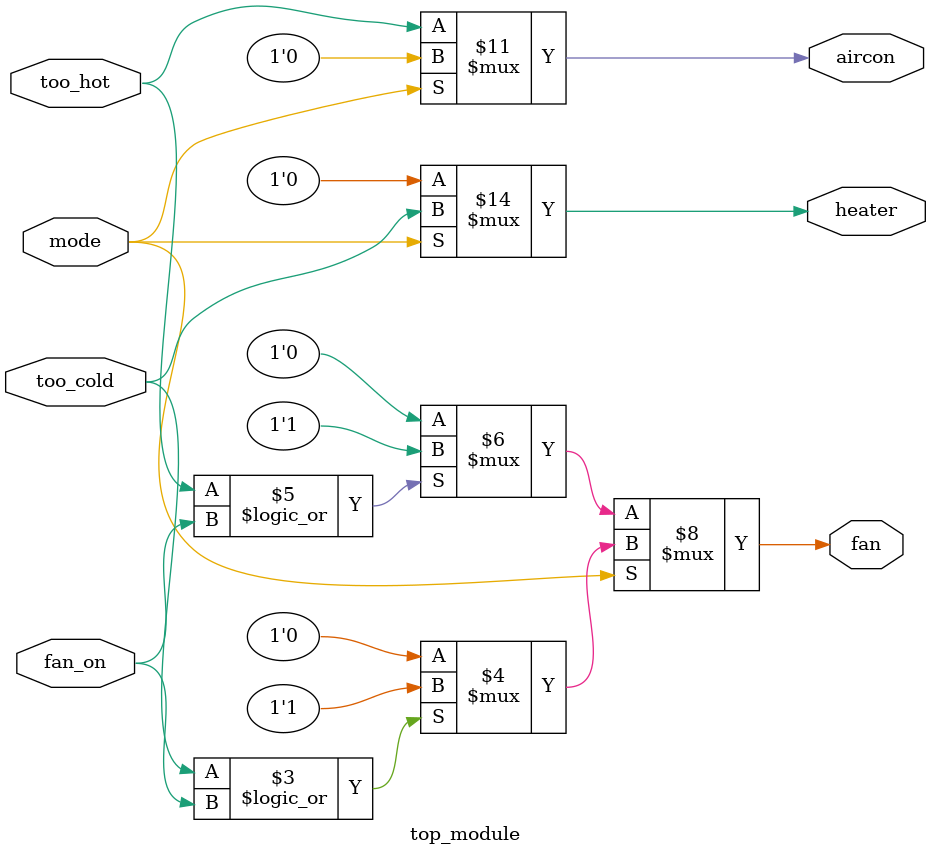
<source format=sv>
module top_module(
    input mode,
    input too_cold, 
    input too_hot,
    input fan_on,
    output reg heater,
    output reg aircon,
    output reg fan
);

always @(*) begin
    if (mode == 1'b1) begin // Heating mode
        heater = too_cold;
        aircon = 1'b0;
        fan = (heater || fan_on) ? 1'b1 : 1'b0;
    end else begin // Cooling mode
        heater = 1'b0;
        aircon = too_hot;
        fan = (aircon || fan_on) ? 1'b1 : 1'b0;
    end
end

endmodule

</source>
